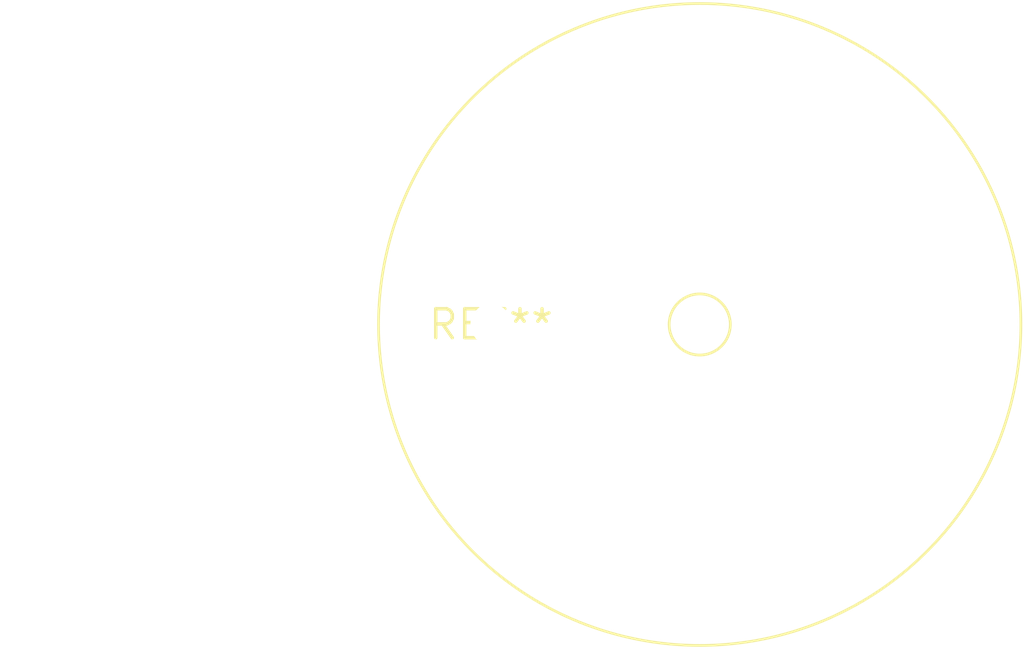
<source format=kicad_pcb>
(kicad_pcb (version 20240108) (generator pcbnew)
  (layers (0 "F.Cu" signal) (31 "B.Cu" signal) (34 "B.Paste" user) (35 "F.Paste" user) (36 "B.SilkS" user "B.Silkscreen") (37 "F.SilkS" user "F.Silkscreen") (38 "B.Mask" user) (39 "F.Mask" user) (44 "Edge.Cuts" user))
  (net 0 "")
  (footprint "L_Radial_D27.9mm_P18.29mm_Vishay_IHB-3" (layer "F.Cu") (at 0 0)
    (property "Reference" "REF**")
    (property "Value" "L_Radial_D27.9mm_P18.29mm_Vishay_IHB-3")
    (fp_circle (center 9.145 0) (end 10.485 0) (layer "F.SilkS") (stroke (width 0.12)) (fill none))
    (fp_circle (center 9.145 0) (end 23.215 0) (layer "F.SilkS") (stroke (width 0.12)) (fill none))
    (pad "1" thru_hole circle (at 0 0) (size 3.6 3.6) (drill 1.8) (layers *.Cu *.Mask) (remove_unused_layers))
    (pad "2" thru_hole circle (at 18.29 0) (size 3.6 3.6) (drill 1.8) (layers *.Cu *.Mask) (remove_unused_layers))
  )
)
</source>
